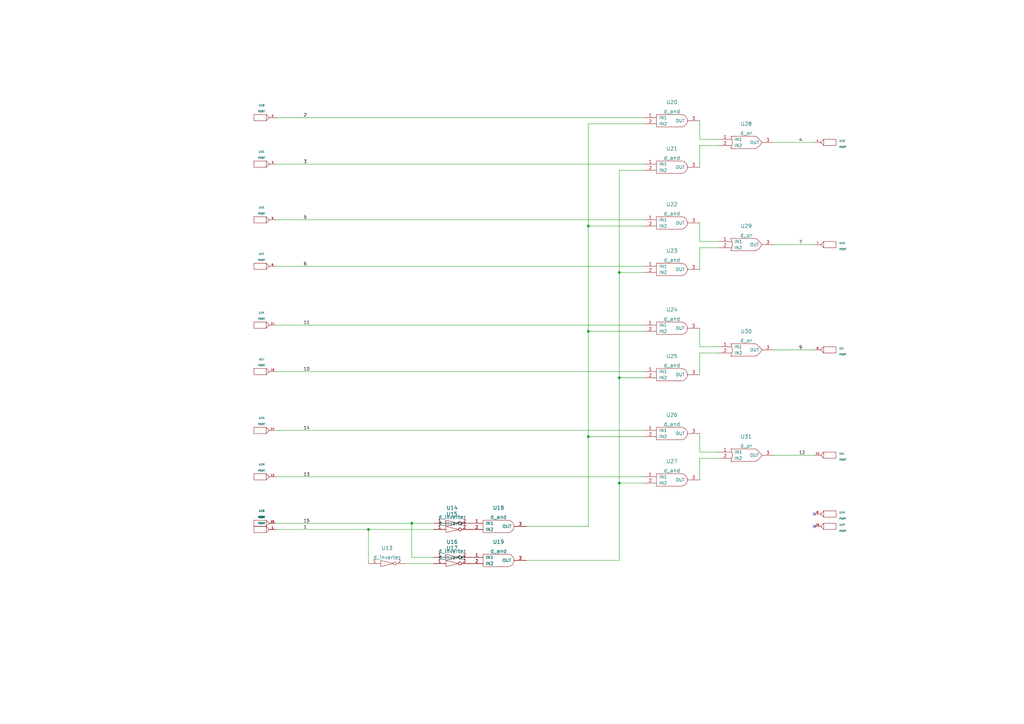
<source format=kicad_sch>
(kicad_sch (version 20211123) (generator eeschema)
  (paper "A3")
  (lib_symbols
    (symbol "eSim_Digital:d_and" (pin_names (offset 1.016))
      (property "Reference" "U" (at 0 0 0))
      (property "Value" "d_and" (at 1.27 2.54 0))
      (symbol "d_and_0_1"
        (polyline (pts (xy 3.81 -1.27) (xy -6.35 -1.27) (xy -6.35 3.81) (xy 3.81 3.81)))
        (arc (start 3.81 -1.27) (mid 5.5897 -0.5171) (end 6.35 1.27))
        (arc (start 6.35 1.27) (mid 5.5971 3.0497) (end 3.81 3.81))
      )
      (symbol "d_and_1_1"
        (pin input line (at -11.43 2.54 0) (length 5.08) (name "IN1") (number "1"))
        (pin input line (at -11.43 0 0) (length 5.08) (name "IN2") (number "2"))
        (pin output line (at 11.43 1.27 180) (length 5.08) (name "OUT") (number "3"))
      )
    )
    (symbol "eSim_Digital:d_inverter" (pin_names (offset 1.016))
      (property "Reference" "U" (at 0 -2.54 0))
      (property "Value" "d_inverter" (at 0 3.81 0))
      (symbol "d_inverter_0_1"
        (polyline (pts (xy -2.54 1.27) (xy -2.54 -1.27) (xy 2.54 0) (xy -2.54 1.27)))
      )
      (symbol "d_inverter_1_1"
        (pin input line (at -7.62 0 0) (length 5.08) (name "~") (number "1"))
        (pin output inverted (at 7.62 0 180) (length 5.08) (name "~") (number "2"))
      )
    )
    (symbol "eSim_Digital:d_or" (pin_names (offset 1.016))
      (property "Reference" "U" (at 0 0 0))
      (property "Value" "d_or" (at 0 2.54 0))
      (symbol "d_or_0_1"
        (arc (start -6.35 -1.27) (mid -5.7504 1.27) (end -6.35 3.81))
        (polyline (pts (xy -6.35 -1.27) (xy 3.81 -1.27)))
        (polyline (pts (xy -6.35 3.81) (xy 3.81 3.81)))
        (arc (start 3.81 -1.27) (mid 5.3181 -0.2399) (end 6.35 1.27))
        (arc (start 6.35 1.27) (mid 5.2222 2.6828) (end 3.81 3.81))
      )
      (symbol "d_or_1_1"
        (pin input line (at -11.43 2.54 0) (length 5.461) (name "IN1") (number "1"))
        (pin input line (at -11.43 0 0) (length 5.461) (name "IN2") (number "2"))
        (pin output line (at 11.43 1.27 180) (length 5.08) (name "OUT") (number "3"))
      )
    )
    (symbol "eSim_Miscellaneous:PORT" (pin_names (offset 1.016))
      (property "Reference" "U" (at 1.27 2.54 0))
      (property "Value" "PORT" (at 0 0 0))
      (symbol "PORT_0_1"
        (rectangle (start -2.54 1.27) (end 2.54 -1.27))
        (arc (start 2.54 1.27) (mid 3.1355 0.5955) (end 3.81 0))
        (arc (start 3.81 0) (mid 3.1447 -0.6046) (end 2.54 -1.27))
      )
      (symbol "PORT_1_1"
        (pin bidirectional line (at 6.35 0 180) (length 2.54) (name "~") (number "1"))
      )
      (symbol "PORT_2_1"
        (pin bidirectional line (at 6.35 0 180) (length 2.54) (name "~") (number "2"))
      )
      (symbol "PORT_3_1"
        (pin bidirectional line (at 6.35 0 180) (length 2.54) (name "~") (number "3"))
      )
      (symbol "PORT_4_1"
        (pin bidirectional line (at 6.35 0 180) (length 2.54) (name "~") (number "4"))
      )
      (symbol "PORT_5_1"
        (pin bidirectional line (at 6.35 0 180) (length 2.54) (name "~") (number "5"))
      )
      (symbol "PORT_6_1"
        (pin bidirectional line (at 6.35 0 180) (length 2.54) (name "~") (number "6"))
      )
      (symbol "PORT_7_1"
        (pin bidirectional line (at 6.35 0 180) (length 2.54) (name "~") (number "7"))
      )
      (symbol "PORT_8_1"
        (pin bidirectional line (at 6.35 0 180) (length 2.54) (name "~") (number "8"))
      )
      (symbol "PORT_9_1"
        (pin bidirectional line (at 6.35 0 180) (length 2.54) (name "~") (number "9"))
      )
      (symbol "PORT_10_1"
        (pin bidirectional line (at 6.35 0 180) (length 2.54) (name "~") (number "10"))
      )
      (symbol "PORT_11_1"
        (pin bidirectional line (at 6.35 0 180) (length 2.54) (name "~") (number "11"))
      )
      (symbol "PORT_12_1"
        (pin bidirectional line (at 6.35 0 180) (length 2.54) (name "~") (number "12"))
      )
      (symbol "PORT_13_1"
        (pin bidirectional line (at 6.35 0 180) (length 2.54) (name "~") (number "13"))
      )
      (symbol "PORT_14_1"
        (pin bidirectional line (at 6.35 0 180) (length 2.54) (name "~") (number "14"))
      )
      (symbol "PORT_15_1"
        (pin bidirectional line (at 6.35 0 180) (length 2.54) (name "~") (number "15"))
      )
      (symbol "PORT_16_1"
        (pin bidirectional line (at 6.35 0 180) (length 2.54) (name "~") (number "16"))
      )
      (symbol "PORT_17_1"
        (pin bidirectional line (at 6.35 0 180) (length 2.54) (name "~") (number "17"))
      )
      (symbol "PORT_18_1"
        (pin bidirectional line (at 6.35 0 180) (length 2.54) (name "~") (number "18"))
      )
      (symbol "PORT_19_1"
        (pin bidirectional line (at 6.35 0 180) (length 2.54) (name "~") (number "19"))
      )
      (symbol "PORT_20_1"
        (pin bidirectional line (at 6.35 0 180) (length 2.54) (name "~") (number "20"))
      )
      (symbol "PORT_21_1"
        (pin bidirectional line (at 6.35 0 180) (length 2.54) (name "~") (number "21"))
      )
      (symbol "PORT_22_1"
        (pin bidirectional line (at 6.35 0 180) (length 2.54) (name "~") (number "22"))
      )
      (symbol "PORT_23_1"
        (pin bidirectional line (at 6.35 0 180) (length 2.54) (name "~") (number "23"))
      )
      (symbol "PORT_24_1"
        (pin bidirectional line (at 6.35 0 180) (length 2.54) (name "~") (number "24"))
      )
      (symbol "PORT_25_1"
        (pin bidirectional line (at 6.35 0 180) (length 2.54) (name "~") (number "25"))
      )
      (symbol "PORT_26_1"
        (pin bidirectional line (at 6.35 0 180) (length 2.54) (name "~") (number "26"))
      )
    )
  )
  (junction (at 254 111.76))
  (junction (at 254 154.94))
  (junction (at 241.3 179.07))
  (junction (at 241.3 92.71))
  (junction (at 168.91 214.63))
  (junction (at 151.13 217.17))
  (junction (at 254 198.12))
  (junction (at 241.3 135.89))
  (no_connect (at 334.01 215.9))
  (no_connect (at 334.01 210.82))
  (wire (pts (xy 241.3 179.07) (xy 241.3 135.89)))
  (wire (pts (xy 317.5 58.42) (xy 334.01 58.42)))
  (wire (pts (xy 264.16 195.58) (xy 113.03 195.58)))
  (wire (pts (xy 264.16 69.85) (xy 254 69.85)))
  (wire (pts (xy 215.9 215.9) (xy 241.3 215.9)))
  (wire (pts (xy 254 69.85) (xy 254 111.76)))
  (wire (pts (xy 113.03 176.53) (xy 264.16 176.53)))
  (wire (pts (xy 113.03 90.17) (xy 264.16 90.17)))
  (wire (pts (xy 287.02 187.96) (xy 294.64 187.96)))
  (wire (pts (xy 254 154.94) (xy 264.16 154.94)))
  (wire (pts (xy 241.3 92.71) (xy 241.3 50.8)))
  (wire (pts (xy 241.3 92.71) (xy 264.16 92.71)))
  (wire (pts (xy 287.02 185.42) (xy 294.64 185.42)))
  (wire (pts (xy 168.91 214.63) (xy 177.8 214.63)))
  (wire (pts (xy 254 111.76) (xy 254 154.94)))
  (wire (pts (xy 254 198.12) (xy 264.16 198.12)))
  (wire (pts (xy 317.5 100.33) (xy 334.01 100.33)))
  (wire (pts (xy 241.3 50.8) (xy 264.16 50.8)))
  (wire (pts (xy 177.8 228.6) (xy 168.91 228.6)))
  (wire (pts (xy 287.02 101.6) (xy 294.64 101.6)))
  (wire (pts (xy 287.02 68.58) (xy 287.02 59.69)))
  (wire (pts (xy 241.3 135.89) (xy 264.16 135.89)))
  (wire (pts (xy 287.02 144.78) (xy 294.64 144.78)))
  (wire (pts (xy 287.02 99.06) (xy 294.64 99.06)))
  (wire (pts (xy 264.16 152.4) (xy 113.03 152.4)))
  (wire (pts (xy 287.02 142.24) (xy 294.64 142.24)))
  (wire (pts (xy 166.37 231.14) (xy 177.8 231.14)))
  (wire (pts (xy 287.02 91.44) (xy 287.02 99.06)))
  (wire (pts (xy 254 154.94) (xy 254 198.12)))
  (wire (pts (xy 287.02 196.85) (xy 287.02 187.96)))
  (wire (pts (xy 254 198.12) (xy 254 229.87)))
  (wire (pts (xy 254 111.76) (xy 264.16 111.76)))
  (wire (pts (xy 287.02 59.69) (xy 294.64 59.69)))
  (wire (pts (xy 113.03 214.63) (xy 168.91 214.63)))
  (wire (pts (xy 151.13 217.17) (xy 177.8 217.17)))
  (wire (pts (xy 317.5 143.51) (xy 334.01 143.51)))
  (wire (pts (xy 168.91 228.6) (xy 168.91 214.63)))
  (wire (pts (xy 254 229.87) (xy 215.9 229.87)))
  (wire (pts (xy 287.02 57.15) (xy 294.64 57.15)))
  (wire (pts (xy 241.3 179.07) (xy 264.16 179.07)))
  (wire (pts (xy 287.02 177.8) (xy 287.02 185.42)))
  (wire (pts (xy 241.3 215.9) (xy 241.3 179.07)))
  (wire (pts (xy 113.03 133.35) (xy 264.16 133.35)))
  (wire (pts (xy 113.03 67.31) (xy 264.16 67.31)))
  (wire (pts (xy 241.3 135.89) (xy 241.3 92.71)))
  (wire (pts (xy 287.02 153.67) (xy 287.02 144.78)))
  (wire (pts (xy 113.03 48.26) (xy 264.16 48.26)))
  (wire (pts (xy 264.16 109.22) (xy 113.03 109.22)))
  (wire (pts (xy 287.02 134.62) (xy 287.02 142.24)))
  (wire (pts (xy 317.5 186.69) (xy 334.01 186.69)))
  (wire (pts (xy 287.02 110.49) (xy 287.02 101.6)))
  (wire (pts (xy 151.13 217.17) (xy 151.13 231.14)))
  (wire (pts (xy 113.03 217.17) (xy 151.13 217.17)))
  (wire (pts (xy 287.02 49.53) (xy 287.02 57.15)))
  (label "12" (at 327.66 186.69 0))
  (label "5" (at 124.46 90.17 0))
  (label "9" (at 327.66 143.51 0))
  (label "4" (at 327.66 58.42 0))
  (label "1" (at 124.46 217.17 0))
  (label "3" (at 124.46 67.31 0))
  (label "11" (at 124.46 133.35 0))
  (label "10" (at 124.46 152.4 0))
  (label "14" (at 124.46 176.53 0))
  (label "6" (at 124.46 109.22 0))
  (label "15" (at 124.46 214.63 0))
  (label "7" (at 327.66 100.33 0))
  (label "13" (at 124.46 195.58 0))
  (label "2" (at 124.46 48.26 0))
  (symbol (lib_id "eSim_Digital:d_and") (at 275.59 135.89 0) (unit 1)
    (property "Reference" "U24" (at 275.59 127 0) (effects (font (size 1.524 1.524))))
    (property "Value" "d_and" (at 275.59 130.81 0) (effects (font (size 1.524 1.524))))
  )
  (symbol (lib_id "eSim_Miscellaneous:PORT") (at 340.36 210.82 180) (unit 8)
    (property "Reference" "U1" (at 344.17 210.185 0) (effects (font (size 0.762 0.762)) (justify right)))
    (property "Value" "PORT" (at 344.17 212.725 0) (effects (font (size 0.762 0.762)) (justify right)))
  )
  (symbol (lib_id "eSim_Miscellaneous:PORT") (at 340.36 215.9 180) (unit 16)
    (property "Reference" "U1" (at 344.17 215.265 0) (effects (font (size 0.762 0.762)) (justify right)))
    (property "Value" "PORT" (at 344.17 217.805 0) (effects (font (size 0.762 0.762)) (justify right)))
  )
  (symbol (lib_id "eSim_Digital:d_or") (at 306.07 187.96 0) (unit 1)
    (property "Reference" "U31" (at 306.07 179.07 0) (effects (font (size 1.524 1.524))))
    (property "Value" "d_or" (at 306.07 182.88 0) (effects (font (size 1.524 1.524))))
  )
  (symbol (lib_id "eSim_Miscellaneous:PORT") (at 340.36 58.42 180) (unit 4)
    (property "Reference" "U1" (at 344.17 57.785 0) (effects (font (size 0.762 0.762)) (justify right)))
    (property "Value" "PORT" (at 344.17 60.325 0) (effects (font (size 0.762 0.762)) (justify right)))
  )
  (symbol (lib_id "eSim_Miscellaneous:PORT") (at 106.68 48.26 0) (unit 2)
    (property "Reference" "U1" (at 107.315 43.18 0) (effects (font (size 0.762 0.762))))
    (property "Value" "PORT" (at 107.315 45.72 0) (effects (font (size 0.762 0.762))))
  )
  (symbol (lib_id "eSim_Digital:d_and") (at 275.59 198.12 0) (unit 1)
    (property "Reference" "U27" (at 275.59 189.23 0) (effects (font (size 1.524 1.524))))
    (property "Value" "d_and" (at 275.59 193.04 0) (effects (font (size 1.524 1.524))))
  )
  (symbol (lib_id "eSim_Digital:d_inverter") (at 185.42 214.63 0) (unit 1)
    (property "Reference" "U14" (at 185.42 208.28 0) (effects (font (size 1.524 1.524))))
    (property "Value" "d_inverter" (at 185.42 212.09 0) (effects (font (size 1.524 1.524))))
  )
  (symbol (lib_id "eSim_Miscellaneous:PORT") (at 340.36 186.69 180) (unit 12)
    (property "Reference" "U1" (at 344.17 186.055 0) (effects (font (size 0.762 0.762)) (justify right)))
    (property "Value" "PORT" (at 344.17 188.595 0) (effects (font (size 0.762 0.762)) (justify right)))
  )
  (symbol (lib_id "eSim_Digital:d_and") (at 275.59 69.85 0) (unit 1)
    (property "Reference" "U21" (at 275.59 60.96 0) (effects (font (size 1.524 1.524))))
    (property "Value" "d_and" (at 275.59 64.77 0) (effects (font (size 1.524 1.524))))
  )
  (symbol (lib_id "eSim_Digital:d_and") (at 204.47 217.17 0) (unit 1)
    (property "Reference" "U18" (at 204.47 208.28 0) (effects (font (size 1.524 1.524))))
    (property "Value" "d_and" (at 204.47 212.09 0) (effects (font (size 1.524 1.524))))
  )
  (symbol (lib_id "eSim_Digital:d_and") (at 275.59 50.8 0) (unit 1)
    (property "Reference" "U20" (at 275.59 41.91 0) (effects (font (size 1.524 1.524))))
    (property "Value" "d_and" (at 275.59 45.72 0) (effects (font (size 1.524 1.524))))
  )
  (symbol (lib_id "eSim_Miscellaneous:PORT") (at 106.68 109.22 0) (unit 6)
    (property "Reference" "U1" (at 107.315 104.14 0) (effects (font (size 0.762 0.762))))
    (property "Value" "PORT" (at 107.315 106.68 0) (effects (font (size 0.762 0.762))))
  )
  (symbol (lib_id "eSim_Miscellaneous:PORT") (at 340.36 100.33 180) (unit 7)
    (property "Reference" "U1" (at 344.17 99.695 0) (effects (font (size 0.762 0.762)) (justify right)))
    (property "Value" "PORT" (at 344.17 102.235 0) (effects (font (size 0.762 0.762)) (justify right)))
  )
  (symbol (lib_id "eSim_Digital:d_or") (at 306.07 59.69 0) (unit 1)
    (property "Reference" "U28" (at 306.07 50.8 0) (effects (font (size 1.524 1.524))))
    (property "Value" "d_or" (at 306.07 54.61 0) (effects (font (size 1.524 1.524))))
  )
  (symbol (lib_id "eSim_Miscellaneous:PORT") (at 106.68 67.31 0) (unit 3)
    (property "Reference" "U1" (at 107.315 62.23 0) (effects (font (size 0.762 0.762))))
    (property "Value" "PORT" (at 107.315 64.77 0) (effects (font (size 0.762 0.762))))
  )
  (symbol (lib_id "eSim_Miscellaneous:PORT") (at 106.68 214.63 0) (unit 15)
    (property "Reference" "U1" (at 107.315 209.55 0) (effects (font (size 0.762 0.762))))
    (property "Value" "PORT" (at 107.315 212.09 0) (effects (font (size 0.762 0.762))))
  )
  (symbol (lib_id "eSim_Digital:d_inverter") (at 185.42 217.17 0) (unit 1)
    (property "Reference" "U15" (at 185.42 210.82 0) (effects (font (size 1.524 1.524))))
    (property "Value" "d_inverter" (at 185.42 214.63 0) (effects (font (size 1.524 1.524))))
  )
  (symbol (lib_id "eSim_Digital:d_or") (at 306.07 144.78 0) (unit 1)
    (property "Reference" "U30" (at 306.07 135.89 0) (effects (font (size 1.524 1.524))))
    (property "Value" "d_or" (at 306.07 139.7 0) (effects (font (size 1.524 1.524))))
  )
  (symbol (lib_id "eSim_Digital:d_inverter") (at 185.42 228.6 0) (unit 1)
    (property "Reference" "U16" (at 185.42 222.25 0) (effects (font (size 1.524 1.524))))
    (property "Value" "d_inverter" (at 185.42 226.06 0) (effects (font (size 1.524 1.524))))
  )
  (symbol (lib_id "eSim_Digital:d_and") (at 204.47 231.14 0) (unit 1)
    (property "Reference" "U19" (at 204.47 222.25 0) (effects (font (size 1.524 1.524))))
    (property "Value" "d_and" (at 204.47 226.06 0) (effects (font (size 1.524 1.524))))
  )
  (symbol (lib_id "eSim_Miscellaneous:PORT") (at 340.36 143.51 180) (unit 9)
    (property "Reference" "U1" (at 344.17 142.875 0) (effects (font (size 0.762 0.762)) (justify right)))
    (property "Value" "PORT" (at 344.17 145.415 0) (effects (font (size 0.762 0.762)) (justify right)))
  )
  (symbol (lib_id "eSim_Miscellaneous:PORT") (at 106.68 217.17 0) (unit 1)
    (property "Reference" "U1" (at 107.315 212.09 0) (effects (font (size 0.762 0.762))))
    (property "Value" "PORT" (at 107.315 214.63 0) (effects (font (size 0.762 0.762))))
  )
  (symbol (lib_id "eSim_Digital:d_or") (at 306.07 101.6 0) (unit 1)
    (property "Reference" "U29" (at 306.07 92.71 0) (effects (font (size 1.524 1.524))))
    (property "Value" "d_or" (at 306.07 96.52 0) (effects (font (size 1.524 1.524))))
  )
  (symbol (lib_id "eSim_Digital:d_inverter") (at 185.42 231.14 0) (unit 1)
    (property "Reference" "U17" (at 185.42 224.79 0) (effects (font (size 1.524 1.524))))
    (property "Value" "d_inverter" (at 185.42 228.6 0) (effects (font (size 1.524 1.524))))
  )
  (symbol (lib_id "eSim_Digital:d_and") (at 275.59 154.94 0) (unit 1)
    (property "Reference" "U25" (at 275.59 146.05 0) (effects (font (size 1.524 1.524))))
    (property "Value" "d_and" (at 275.59 149.86 0) (effects (font (size 1.524 1.524))))
  )
  (symbol (lib_id "eSim_Digital:d_inverter") (at 158.75 231.14 0) (unit 1)
    (property "Reference" "U13" (at 158.75 224.79 0) (effects (font (size 1.524 1.524))))
    (property "Value" "d_inverter" (at 158.75 228.6 0) (effects (font (size 1.524 1.524))))
  )
  (symbol (lib_id "eSim_Miscellaneous:PORT") (at 106.68 152.4 0) (unit 10)
    (property "Reference" "U1" (at 107.315 147.32 0) (effects (font (size 0.762 0.762))))
    (property "Value" "PORT" (at 107.315 149.86 0) (effects (font (size 0.762 0.762))))
  )
  (symbol (lib_id "eSim_Digital:d_and") (at 275.59 111.76 0) (unit 1)
    (property "Reference" "U23" (at 275.59 102.87 0) (effects (font (size 1.524 1.524))))
    (property "Value" "d_and" (at 275.59 106.68 0) (effects (font (size 1.524 1.524))))
  )
  (symbol (lib_id "eSim_Miscellaneous:PORT") (at 106.68 133.35 0) (unit 11)
    (property "Reference" "U1" (at 107.315 128.27 0) (effects (font (size 0.762 0.762))))
    (property "Value" "PORT" (at 107.315 130.81 0) (effects (font (size 0.762 0.762))))
  )
  (symbol (lib_id "eSim_Miscellaneous:PORT") (at 106.68 90.17 0) (unit 5)
    (property "Reference" "U1" (at 107.315 85.09 0) (effects (font (size 0.762 0.762))))
    (property "Value" "PORT" (at 107.315 87.63 0) (effects (font (size 0.762 0.762))))
  )
  (symbol (lib_id "eSim_Miscellaneous:PORT") (at 106.68 176.53 0) (unit 14)
    (property "Reference" "U1" (at 107.315 171.45 0) (effects (font (size 0.762 0.762))))
    (property "Value" "PORT" (at 107.315 173.99 0) (effects (font (size 0.762 0.762))))
  )
  (symbol (lib_id "eSim_Digital:d_and") (at 275.59 179.07 0) (unit 1)
    (property "Reference" "U26" (at 275.59 170.18 0) (effects (font (size 1.524 1.524))))
    (property "Value" "d_and" (at 275.59 173.99 0) (effects (font (size 1.524 1.524))))
  )
  (symbol (lib_id "eSim_Miscellaneous:PORT") (at 106.68 195.58 0) (unit 13)
    (property "Reference" "U1" (at 107.315 190.5 0) (effects (font (size 0.762 0.762))))
    (property "Value" "PORT" (at 107.315 193.04 0) (effects (font (size 0.762 0.762))))
  )
  (symbol (lib_id "eSim_Digital:d_and") (at 275.59 92.71 0) (unit 1)
    (property "Reference" "U22" (at 275.59 83.82 0) (effects (font (size 1.524 1.524))))
    (property "Value" "d_and" (at 275.59 87.63 0) (effects (font (size 1.524 1.524))))
  )
)
</source>
